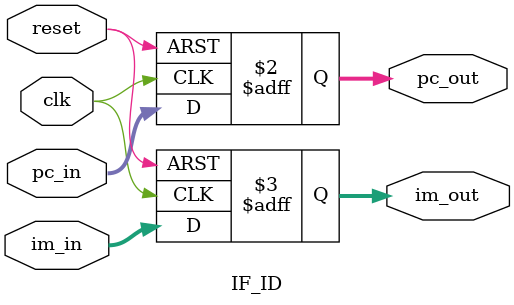
<source format=v>
module IF_ID
(
  input [63:0]pc_in,
  input [31:0]im_in,
  input clk,
  input reset,
  output reg [63:0] pc_out,
  output reg [31:0] im_out
);

always @(posedge clk, posedge reset)
begin
  if (reset)
    begin
      pc_out = 0;
      im_out = 0;
    end
  else
    begin
      pc_out = pc_in;
      im_out = im_in;
    end
end
endmodule
</source>
